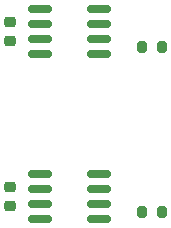
<source format=gbr>
G04 #@! TF.GenerationSoftware,KiCad,Pcbnew,7.0.9+dfsg-1*
G04 #@! TF.CreationDate,2023-12-12T22:55:20+08:00*
G04 #@! TF.ProjectId,can,63616e2e-6b69-4636-9164-5f7063625858,a*
G04 #@! TF.SameCoordinates,Original*
G04 #@! TF.FileFunction,Paste,Top*
G04 #@! TF.FilePolarity,Positive*
%FSLAX46Y46*%
G04 Gerber Fmt 4.6, Leading zero omitted, Abs format (unit mm)*
G04 Created by KiCad (PCBNEW 7.0.9+dfsg-1) date 2023-12-12 22:55:20*
%MOMM*%
%LPD*%
G01*
G04 APERTURE LIST*
G04 Aperture macros list*
%AMRoundRect*
0 Rectangle with rounded corners*
0 $1 Rounding radius*
0 $2 $3 $4 $5 $6 $7 $8 $9 X,Y pos of 4 corners*
0 Add a 4 corners polygon primitive as box body*
4,1,4,$2,$3,$4,$5,$6,$7,$8,$9,$2,$3,0*
0 Add four circle primitives for the rounded corners*
1,1,$1+$1,$2,$3*
1,1,$1+$1,$4,$5*
1,1,$1+$1,$6,$7*
1,1,$1+$1,$8,$9*
0 Add four rect primitives between the rounded corners*
20,1,$1+$1,$2,$3,$4,$5,0*
20,1,$1+$1,$4,$5,$6,$7,0*
20,1,$1+$1,$6,$7,$8,$9,0*
20,1,$1+$1,$8,$9,$2,$3,0*%
G04 Aperture macros list end*
%ADD10RoundRect,0.200000X-0.200000X-0.275000X0.200000X-0.275000X0.200000X0.275000X-0.200000X0.275000X0*%
%ADD11RoundRect,0.225000X0.250000X-0.225000X0.250000X0.225000X-0.250000X0.225000X-0.250000X-0.225000X0*%
%ADD12RoundRect,0.150000X-0.825000X-0.150000X0.825000X-0.150000X0.825000X0.150000X-0.825000X0.150000X0*%
G04 APERTURE END LIST*
D10*
G04 #@! TO.C,R2*
X171895000Y-106680000D03*
X173545000Y-106680000D03*
G04 #@! TD*
G04 #@! TO.C,R1*
X171895000Y-92710000D03*
X173545000Y-92710000D03*
G04 #@! TD*
D11*
G04 #@! TO.C,C1*
X160655000Y-92215000D03*
X160655000Y-90665000D03*
G04 #@! TD*
D12*
G04 #@! TO.C,U2*
X163260000Y-103505000D03*
X163260000Y-104775000D03*
X163260000Y-106045000D03*
X163260000Y-107315000D03*
X168210000Y-107315000D03*
X168210000Y-106045000D03*
X168210000Y-104775000D03*
X168210000Y-103505000D03*
G04 #@! TD*
G04 #@! TO.C,U1*
X163260000Y-89535000D03*
X163260000Y-90805000D03*
X163260000Y-92075000D03*
X163260000Y-93345000D03*
X168210000Y-93345000D03*
X168210000Y-92075000D03*
X168210000Y-90805000D03*
X168210000Y-89535000D03*
G04 #@! TD*
D11*
G04 #@! TO.C,C2*
X160655000Y-106185000D03*
X160655000Y-104635000D03*
G04 #@! TD*
M02*

</source>
